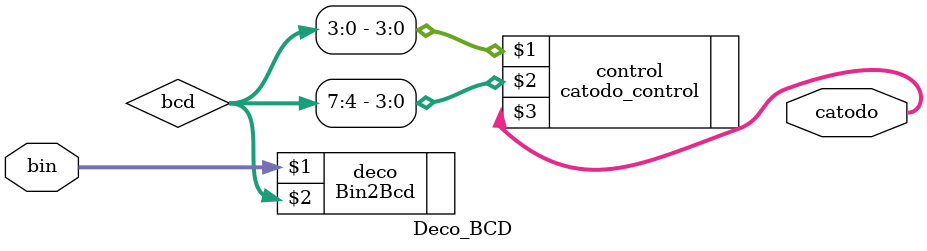
<source format=sv>
module Deco_BCD(
input logic [3:0] bin,
output logic [13:0] catodo
);
logic [7:0] bcd;


Bin2Bcd deco(bin,bcd);

catodo_control control(bcd[3:0],bcd[7:4],catodo);


endmodule

</source>
